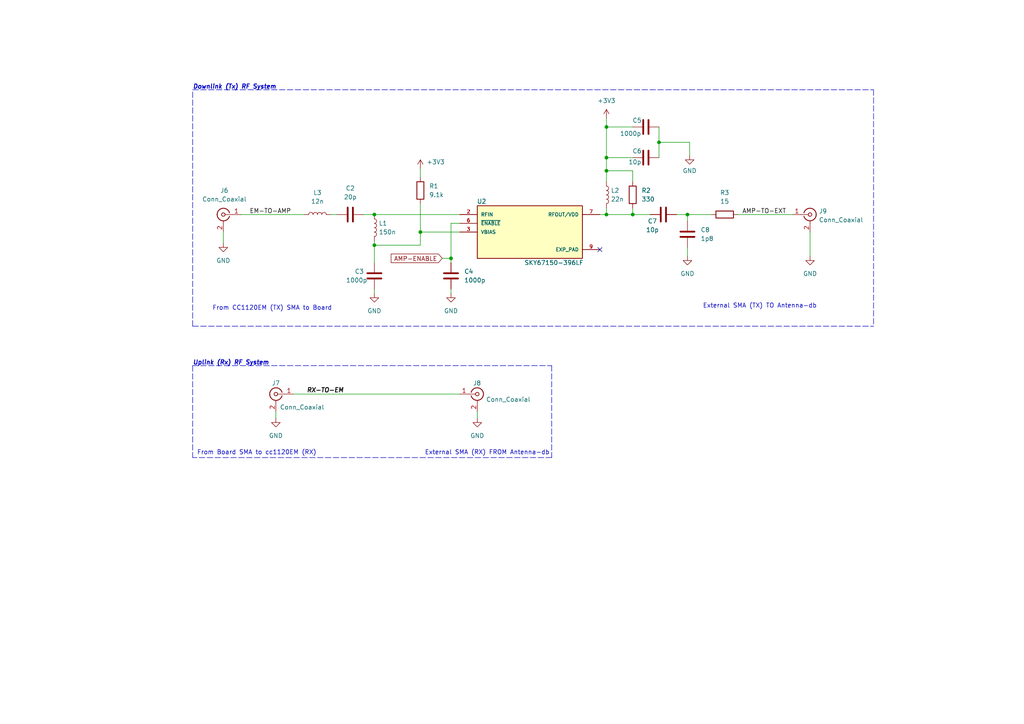
<source format=kicad_sch>
(kicad_sch (version 20211123) (generator eeschema)
  (paper "A4")
  (lib_symbols
    (symbol "Connector:Conn_Coaxial" (pin_names (offset 1.016) hide)
      (property "Reference" "J" (at 0.254 3.048 0))
      (property "Value" "Conn_Coaxial" (at 2.921 0 90))
      (symbol "Conn_Coaxial_0_1"
        (arc (start -1.778 -0.508) (mid 0.2311 -1.8066) (end 1.778 0) (stroke (width 0.254)))
        (polyline (pts (xy -2.54 0) (xy -0.508 0)))
        (polyline (pts (xy 0 -2.54) (xy 0 -1.778)))
        (circle (center 0 0) (radius 0.508) (stroke (width 0.2032)))
        (arc (start 1.778 0) (mid 0.2099 1.8101) (end -1.778 0.508) (stroke (width 0.254)))
      )
      (symbol "Conn_Coaxial_1_1"
        (pin passive line (at -5.08 0 0) (length 2.54) (name "In") (number "1"))
        (pin passive line (at 0 -5.08 90) (length 2.54) (name "Ext") (number "2"))
      )
    )
    (symbol "Device:C" (pin_numbers hide) (pin_names (offset 0.254))
      (property "Reference" "C" (at 0.635 2.54 0))
      (property "Value" "C" (at 0.635 -2.54 0))
      (symbol "C_0_1"
        (polyline (pts (xy -2.032 -0.762) (xy 2.032 -0.762)) (stroke (width 0.508)))
        (polyline (pts (xy -2.032 0.762) (xy 2.032 0.762)) (stroke (width 0.508)))
      )
      (symbol "C_1_1"
        (pin passive line (at 0 3.81 270) (length 2.794) (name "~") (number "1"))
        (pin passive line (at 0 -3.81 90) (length 2.794) (name "~") (number "2"))
      )
    )
    (symbol "Device:L" (pin_numbers hide) (pin_names (offset 1.016) hide)
      (property "Reference" "L" (at -1.27 0 90))
      (property "Value" "L" (at 1.905 0 90))
      (symbol "L_0_1"
        (arc (start 0 -2.54) (mid 0.635 -1.905) (end 0 -1.27))
        (arc (start 0 -1.27) (mid 0.635 -0.635) (end 0 0))
        (arc (start 0 0) (mid 0.635 0.635) (end 0 1.27))
        (arc (start 0 1.27) (mid 0.635 1.905) (end 0 2.54))
      )
      (symbol "L_1_1"
        (pin passive line (at 0 3.81 270) (length 1.27) (name "1") (number "1"))
        (pin passive line (at 0 -3.81 90) (length 1.27) (name "2") (number "2"))
      )
    )
    (symbol "Device:R" (pin_numbers hide) (pin_names (offset 0))
      (property "Reference" "R" (at 2.032 0 90))
      (property "Value" "R" (at 0 0 90))
      (symbol "R_0_1"
        (rectangle (start -1.016 -2.54) (end 1.016 2.54) (stroke (width 0.254)))
      )
      (symbol "R_1_1"
        (pin passive line (at 0 3.81 270) (length 1.27) (name "~") (number "1"))
        (pin passive line (at 0 -3.81 90) (length 1.27) (name "~") (number "2"))
      )
    )
    (symbol "SKY67150-396LF:SKY67150-396LF" (pin_names (offset 1.016))
      (property "Reference" "U" (at -15.2684 8.1432 0))
      (property "Value" "SKY67150-396LF" (at -15.2543 -10.1695 0))
      (symbol "SKY67150-396LF_0_0"
        (rectangle (start -15.24 -7.62) (end 15.24 7.62) (stroke (width 0.254)) (fill (type background)))
        (pin input line (at -20.32 5.08 0) (length 5.08) (name "RFIN") (number "2"))
        (pin input line (at -20.32 0 0) (length 5.08) (name "VBIAS") (number "3"))
        (pin input line (at -20.32 2.54 0) (length 5.08) (name "~{ENABLE}") (number "6"))
        (pin output line (at 20.32 5.08 180) (length 5.08) (name "RFOUT/VDD") (number "7"))
        (pin power_in line (at 20.32 -5.08 180) (length 5.08) (name "EXP_PAD") (number "9"))
      )
    )
    (symbol "power:+3V3" (power) (pin_names (offset 0))
      (property "Value" "+3V3" (at 0 3.556 0))
      (symbol "+3V3_0_1"
        (polyline (pts (xy -0.762 1.27) (xy 0 2.54)))
        (polyline (pts (xy 0 0) (xy 0 2.54)))
        (polyline (pts (xy 0 2.54) (xy 0.762 1.27)))
      )
      (symbol "+3V3_1_1"
        (pin power_in line (at 0 0 90) (length 0) hide (name "+3V3") (number "1"))
      )
    )
    (symbol "power:GND" (power) (pin_names (offset 0))
      (property "Value" "GND" (at 0 -3.81 0))
      (symbol "GND_0_1"
        (polyline (pts (xy 0 0) (xy 0 -1.27) (xy 1.27 -1.27) (xy 0 -2.54) (xy -1.27 -1.27) (xy 0 -1.27)))
      )
      (symbol "GND_1_1"
        (pin power_in line (at 0 0 270) (length 0) hide (name "GND") (number "1"))
      )
    )
  )
  (junction (at 183.515 62.23))
  (junction (at 199.39 62.23))
  (junction (at 175.895 45.72))
  (junction (at 191.135 41.275))
  (junction (at 108.585 62.23))
  (junction (at 175.895 36.83))
  (junction (at 175.895 62.23))
  (junction (at 175.895 49.53))
  (junction (at 108.585 71.12))
  (junction (at 121.92 67.31))
  (junction (at 130.81 74.93))
  (no_connect (at 173.99 72.39))
  (wire (pts (xy 128.27 74.93) (xy 130.81 74.93)))
  (wire (pts (xy 199.39 62.23) (xy 206.375 62.23)))
  (wire (pts (xy 175.895 36.83) (xy 175.895 45.72)))
  (wire (pts (xy 183.515 62.23) (xy 188.595 62.23)))
  (wire (pts (xy 183.515 52.705) (xy 183.515 49.53)))
  (wire (pts (xy 200.025 41.275) (xy 191.135 41.275)))
  (wire (pts (xy 80.01 121.285) (xy 80.01 119.38)))
  (wire (pts (xy 183.515 49.53) (xy 175.895 49.53)))
  (wire (pts (xy 234.95 67.31) (xy 234.95 74.295)))
  (wire (pts (xy 108.585 69.85) (xy 108.585 71.12)))
  (wire (pts (xy 69.85 62.23) (xy 88.265 62.23)))
  (wire (pts (xy 138.43 121.285) (xy 138.43 119.38)))
  (polyline (pts (xy 160.02 106.045) (xy 160.02 132.715)))
  (wire (pts (xy 173.99 62.23) (xy 175.895 62.23)))
  (wire (pts (xy 175.895 60.325) (xy 175.895 62.23)))
  (polyline (pts (xy 55.88 106.045) (xy 160.02 106.045)))
  (wire (pts (xy 95.885 62.23) (xy 97.79 62.23)))
  (wire (pts (xy 130.81 74.93) (xy 130.81 76.2)))
  (wire (pts (xy 213.995 62.23) (xy 229.87 62.23)))
  (wire (pts (xy 108.585 71.12) (xy 108.585 76.2)))
  (polyline (pts (xy 160.02 132.715) (xy 55.88 132.715)))
  (polyline (pts (xy 55.88 26.035) (xy 253.365 26.035)))
  (polyline (pts (xy 55.88 94.615) (xy 253.365 94.615)))
  (wire (pts (xy 121.92 67.31) (xy 133.35 67.31)))
  (wire (pts (xy 133.35 64.77) (xy 130.81 64.77)))
  (wire (pts (xy 108.585 62.23) (xy 133.35 62.23)))
  (wire (pts (xy 175.895 45.72) (xy 175.895 49.53)))
  (polyline (pts (xy 55.88 106.045) (xy 55.88 132.715)))
  (polyline (pts (xy 253.365 26.035) (xy 253.365 94.615)))
  (wire (pts (xy 121.92 59.055) (xy 121.92 67.31)))
  (wire (pts (xy 191.135 41.275) (xy 191.135 45.72)))
  (wire (pts (xy 183.515 60.325) (xy 183.515 62.23)))
  (wire (pts (xy 108.585 85.09) (xy 108.585 83.82)))
  (wire (pts (xy 108.585 71.12) (xy 121.92 71.12)))
  (wire (pts (xy 121.92 48.895) (xy 121.92 51.435)))
  (wire (pts (xy 175.895 34.29) (xy 175.895 36.83)))
  (wire (pts (xy 191.135 36.83) (xy 191.135 41.275)))
  (polyline (pts (xy 55.88 94.615) (xy 55.88 26.035)))
  (wire (pts (xy 200.025 45.085) (xy 200.025 41.275)))
  (wire (pts (xy 175.895 49.53) (xy 175.895 52.705)))
  (wire (pts (xy 175.895 36.83) (xy 183.515 36.83)))
  (wire (pts (xy 64.77 67.31) (xy 64.77 70.485)))
  (wire (pts (xy 175.895 62.23) (xy 183.515 62.23)))
  (wire (pts (xy 175.895 45.72) (xy 183.515 45.72)))
  (wire (pts (xy 121.92 67.31) (xy 121.92 71.12)))
  (wire (pts (xy 130.81 64.77) (xy 130.81 74.93)))
  (wire (pts (xy 199.39 62.23) (xy 199.39 64.135)))
  (wire (pts (xy 196.215 62.23) (xy 199.39 62.23)))
  (wire (pts (xy 130.81 83.82) (xy 130.81 85.09)))
  (wire (pts (xy 85.09 114.3) (xy 133.35 114.3)))
  (wire (pts (xy 199.39 71.755) (xy 199.39 74.295)))
  (wire (pts (xy 105.41 62.23) (xy 108.585 62.23)))
  (text "Uplink (Rx) RF System" (at 55.88 106.045 0) (effects (font (size 1.27 1.27) bold italic) (justify left bottom)))
  (text "External SMA (TX) TO Antenna-db" (at 203.835 89.535 0) (effects (font (size 1.27 1.27)) (justify left bottom)))
  (text "Downlink (Tx) RF System" (at 55.88 26.035 0) (effects (font (size 1.27 1.27) bold italic) (justify left bottom)))
  (text "From CC1120EM (TX) SMA to Board" (at 61.595 90.17 0) (effects (font (size 1.27 1.27)) (justify left bottom)))
  (text "From Board SMA to cc1120EM (RX)" (at 57.15 132.08 0) (effects (font (size 1.27 1.27)) (justify left bottom)))
  (text "External SMA (RX) FROM Antenna-db" (at 123.19 132.08 0) (effects (font (size 1.27 1.27)) (justify left bottom)))
  (label "RX-TO-EM" (at 88.9 114.3 0) (effects (font bold italic)))
  (label "EM-TO-AMP" (at 72.39 62.23 0))
  (label "AMP-TO-EXT" (at 215.265 62.23 0))
  (global_label "AMP-ENABLE" (shape input) (at 128.27 74.93 180) (property "Intersheet References" "${INTERSHEET_REFS}" (effects hide)))
  (symbol (lib_id "power:GND") (at 108.585 85.09 0) (unit 1)
    (property "Reference" "#PWR09" (effects hide))
    (property "Value" "GND" (at 108.585 90.17 0))
  )
  (symbol (lib_id "Device:C") (at 199.39 67.945 0) (unit 1)
    (property "Reference" "C8" (at 203.2 66.6749 0) (effects (justify left)))
    (property "Value" "1p8" (at 203.2 69.2149 0) (effects (justify left)))
    (property "Footprint" "Capacitor_SMD:C_0402_1005Metric" (effects hide))
  )
  (symbol (lib_id "Device:C") (at 108.585 80.01 0) (unit 1)
    (property "Reference" "C3" (at 102.87 78.74 0) (effects (justify left)))
    (property "Value" "1000p" (at 100.33 81.28 0) (effects (justify left)))
    (property "Footprint" "Capacitor_SMD:C_0402_1005Metric" (effects hide))
  )
  (symbol (lib_id "Connector:Conn_Coaxial") (at 234.95 62.23 0) (unit 1)
    (property "Reference" "J9" (at 237.49 61.2531 0) (effects (justify left)))
    (property "Value" "Conn_Coaxial" (at 237.49 63.7931 0) (effects (justify left)))
    (property "Footprint" "Connector_Coaxial:SMA_Amphenol_132134-11_Vertical" (effects hide))
    (property "Datasheet" " ~" (effects hide))
  )
  (symbol (lib_id "power:GND") (at 200.025 45.085 0) (unit 1)
    (property "Reference" "#PWR011" (effects hide))
    (property "Value" "GND" (at 200.025 49.53 0))
  )
  (symbol (lib_id "Device:C") (at 192.405 62.23 90) (unit 1)
    (property "Reference" "C7" (at 189.23 64.135 90))
    (property "Value" "10p" (at 189.23 66.675 90))
    (property "Footprint" "Capacitor_SMD:C_0402_1005Metric" (effects hide))
  )
  (symbol (lib_id "power:+3V3") (at 121.92 48.895 0) (unit 1)
    (property "Reference" "#PWR0105" (effects hide))
    (property "Value" "+3V3" (at 126.365 46.99 0))
  )
  (symbol (lib_id "Device:L") (at 108.585 66.04 0) (unit 1)
    (property "Reference" "L1" (at 109.855 64.7699 0) (effects (justify left)))
    (property "Value" "150n" (at 109.855 67.3099 0) (effects (justify left)))
    (property "Footprint" "Inductor_SMD:L_0402_1005Metric" (effects hide))
  )
  (symbol (lib_id "Device:C") (at 101.6 62.23 90) (unit 1)
    (property "Reference" "C2" (at 101.6 54.61 90))
    (property "Value" "20p" (at 101.6 57.15 90))
    (property "Footprint" "Capacitor_SMD:C_0402_1005Metric" (effects hide))
  )
  (symbol (lib_id "Device:C") (at 187.325 36.83 90) (unit 1)
    (property "Reference" "C5" (at 184.785 34.925 90))
    (property "Value" "1000p" (at 182.88 38.735 90))
    (property "Footprint" "Capacitor_SMD:C_0402_1005Metric" (effects hide))
  )
  (symbol (lib_id "Device:R") (at 210.185 62.23 90) (unit 1)
    (property "Reference" "R3" (at 210.185 55.88 90))
    (property "Value" "15" (at 210.185 58.42 90))
    (property "Footprint" "Resistor_SMD:R_0402_1005Metric" (effects hide))
  )
  (symbol (lib_id "Device:R") (at 183.515 56.515 0) (unit 1)
    (property "Reference" "R2" (at 186.055 55.2449 0) (effects (justify left)))
    (property "Value" "330" (at 186.055 57.7849 0) (effects (justify left)))
    (property "Footprint" "Resistor_SMD:R_0402_1005Metric" (effects hide))
  )
  (symbol (lib_id "Device:L") (at 175.895 56.515 0) (unit 1)
    (property "Reference" "L2" (at 177.165 55.2449 0) (effects (justify left)))
    (property "Value" "22n" (at 177.165 57.7849 0) (effects (justify left)))
    (property "Footprint" "Inductor_SMD:L_0402_1005Metric" (effects hide))
  )
  (symbol (lib_id "power:GND") (at 199.39 74.295 0) (unit 1)
    (property "Reference" "#PWR012" (effects hide))
    (property "Value" "GND" (at 199.39 79.375 0))
  )
  (symbol (lib_id "Device:C") (at 130.81 80.01 0) (unit 1)
    (property "Reference" "C4" (at 134.62 78.7399 0) (effects (justify left)))
    (property "Value" "1000p" (at 134.62 81.2799 0) (effects (justify left)))
    (property "Footprint" "Capacitor_SMD:C_0402_1005Metric" (effects hide))
  )
  (symbol (lib_id "power:GND") (at 130.81 85.09 0) (unit 1)
    (property "Reference" "#PWR010" (effects hide))
    (property "Value" "GND" (at 130.81 90.17 0))
  )
  (symbol (lib_id "power:+3V3") (at 175.895 34.29 0) (unit 1)
    (property "Reference" "#PWR029" (effects hide))
    (property "Value" "+3V3" (at 175.895 29.21 0))
  )
  (symbol (lib_id "Connector:Conn_Coaxial") (at 64.77 62.23 0) (mirror y) (unit 1)
    (property "Reference" "J6" (at 65.0874 55.245 0))
    (property "Value" "Conn_Coaxial" (at 65.0874 57.785 0))
    (property "Footprint" "Connector_Coaxial:U.FL_Hirose_U.FL-R-SMT-1_Vertical" (effects hide))
    (property "Datasheet" " ~" (effects hide))
  )
  (symbol (lib_id "Device:L") (at 92.075 62.23 90) (unit 1)
    (property "Reference" "L3" (at 92.075 55.88 90))
    (property "Value" "12n" (at 92.075 58.42 90))
    (property "Footprint" "Inductor_SMD:L_0402_1005Metric" (effects hide))
  )
  (symbol (lib_id "Connector:Conn_Coaxial") (at 138.43 114.3 0) (unit 1)
    (property "Reference" "J8" (at 137.16 111.125 0) (effects (justify left)))
    (property "Value" "Conn_Coaxial" (at 140.97 115.8631 0) (effects (justify left)))
    (property "Footprint" "Connector_Coaxial:SMA_Amphenol_132134-11_Vertical" (effects hide))
    (property "Datasheet" " ~" (effects hide))
  )
  (symbol (lib_id "Device:R") (at 121.92 55.245 0) (unit 1)
    (property "Reference" "R1" (at 124.46 53.9749 0) (effects (justify left)))
    (property "Value" "9.1k" (at 124.46 56.5149 0) (effects (justify left)))
    (property "Footprint" "Resistor_SMD:R_0603_1608Metric" (effects hide))
  )
  (symbol (lib_id "power:GND") (at 64.77 70.485 0) (unit 1)
    (property "Reference" "#PWR0102" (effects hide))
    (property "Value" "GND" (at 64.77 75.565 0))
  )
  (symbol (lib_id "SKY67150-396LF:SKY67150-396LF") (at 153.67 67.31 0) (unit 1)
    (property "Reference" "U2" (at 139.7 58.42 0))
    (property "Value" "SKY67150-396LF" (at 160.655 76.2 0))
    (property "Footprint" "SON50P200X200X80-9N" (effects hide))
    (property "STANDARD" "IPC-7351B" (effects hide))
    (property "SNAPEDA_PACKAE_ID" "8744" (effects hide))
    (property "MANUFACTURER" "Skyworks" (effects hide))
    (property "PARTREV" "May 3,2017" (effects hide))
  )
  (symbol (lib_id "Device:C") (at 187.325 45.72 90) (unit 1)
    (property "Reference" "C6" (at 184.785 43.815 90))
    (property "Value" "10p" (at 184.15 46.99 90))
    (property "Footprint" "Capacitor_SMD:C_0402_1005Metric" (effects hide))
  )
  (symbol (lib_id "power:GND") (at 138.43 121.285 0) (unit 1)
    (property "Reference" "#PWR0103" (effects hide))
    (property "Value" "GND" (at 138.43 126.365 0))
  )
  (symbol (lib_id "power:GND") (at 234.95 74.295 0) (unit 1)
    (property "Reference" "#PWR0101" (effects hide))
    (property "Value" "GND" (at 234.95 79.375 0))
  )
  (symbol (lib_id "Connector:Conn_Coaxial") (at 80.01 114.3 0) (mirror y) (unit 1)
    (property "Reference" "J7" (at 80.01 111.125 0))
    (property "Value" "Conn_Coaxial" (at 87.63 118.11 0))
    (property "Footprint" "Connector_Coaxial:U.FL_Hirose_U.FL-R-SMT-1_Vertical" (effects hide))
    (property "Datasheet" " ~" (effects hide))
  )
  (symbol (lib_id "power:GND") (at 80.01 121.285 0) (unit 1)
    (property "Reference" "#PWR0104" (effects hide))
    (property "Value" "GND" (at 80.01 126.365 0))
  )
)
</source>
